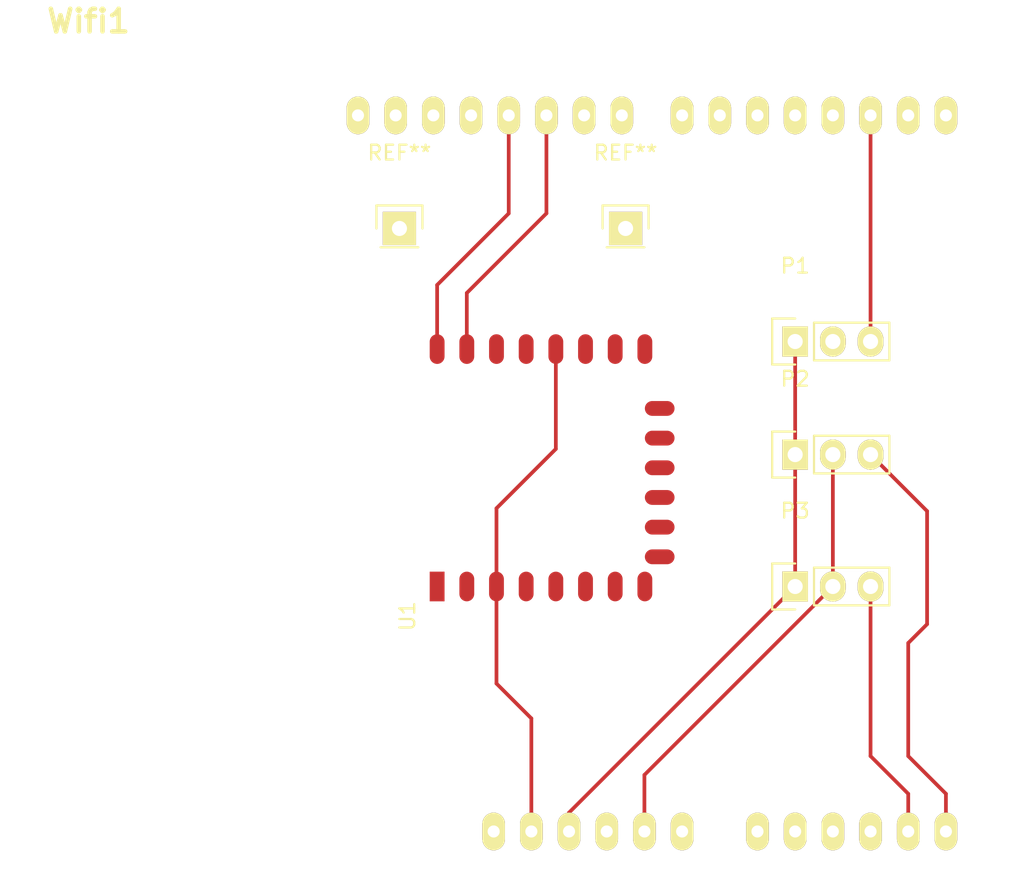
<source format=kicad_pcb>
(kicad_pcb (version 4) (host pcbnew 4.0.2-stable)

  (general
    (links 16)
    (no_connects 4)
    (area 0 0 0 0)
    (thickness 1.6)
    (drawings 0)
    (tracks 29)
    (zones 0)
    (modules 7)
    (nets 44)
  )

  (page A4)
  (layers
    (0 F.Cu signal)
    (31 B.Cu signal)
    (32 B.Adhes user)
    (33 F.Adhes user)
    (34 B.Paste user)
    (35 F.Paste user)
    (36 B.SilkS user)
    (37 F.SilkS user)
    (38 B.Mask user)
    (39 F.Mask user)
    (40 Dwgs.User user)
    (41 Cmts.User user)
    (42 Eco1.User user)
    (43 Eco2.User user)
    (44 Edge.Cuts user)
    (45 Margin user)
    (46 B.CrtYd user)
    (47 F.CrtYd user)
    (48 B.Fab user)
    (49 F.Fab user)
  )

  (setup
    (last_trace_width 0.25)
    (trace_clearance 0.2)
    (zone_clearance 0.508)
    (zone_45_only no)
    (trace_min 0.2)
    (segment_width 0.2)
    (edge_width 0.15)
    (via_size 0.6)
    (via_drill 0.4)
    (via_min_size 0.4)
    (via_min_drill 0.3)
    (uvia_size 0.3)
    (uvia_drill 0.1)
    (uvias_allowed no)
    (uvia_min_size 0.2)
    (uvia_min_drill 0.1)
    (pcb_text_width 0.3)
    (pcb_text_size 1.5 1.5)
    (mod_edge_width 0.15)
    (mod_text_size 1 1)
    (mod_text_width 0.15)
    (pad_size 1.524 1.524)
    (pad_drill 0.762)
    (pad_to_mask_clearance 0.2)
    (aux_axis_origin 0 0)
    (visible_elements 7FFFFFFF)
    (pcbplotparams
      (layerselection 0x00030_80000001)
      (usegerberextensions false)
      (excludeedgelayer true)
      (linewidth 0.100000)
      (plotframeref false)
      (viasonmask false)
      (mode 1)
      (useauxorigin false)
      (hpglpennumber 1)
      (hpglpenspeed 20)
      (hpglpendiameter 15)
      (hpglpenoverlay 2)
      (psnegative false)
      (psa4output false)
      (plotreference true)
      (plotvalue true)
      (plotinvisibletext false)
      (padsonsilk false)
      (subtractmaskfromsilk false)
      (outputformat 1)
      (mirror false)
      (drillshape 1)
      (scaleselection 1)
      (outputdirectory ""))
  )

  (net 0 "")
  (net 1 "Net-(P1-Pad1)")
  (net 2 "Net-(P1-Pad2)")
  (net 3 "Net-(P1-Pad3)")
  (net 4 "Net-(P2-Pad2)")
  (net 5 "Net-(P2-Pad3)")
  (net 6 "Net-(P3-Pad3)")
  (net 7 "Net-(U1-Pad9)")
  (net 8 "Net-(U1-Pad10)")
  (net 9 "Net-(U1-Pad11)")
  (net 10 "Net-(U1-Pad12)")
  (net 11 "Net-(U1-Pad13)")
  (net 12 "Net-(U1-Pad14)")
  (net 13 "Net-(U1-Pad1)")
  (net 14 "Net-(U1-Pad2)")
  (net 15 "Net-(U1-Pad18)")
  (net 16 "Net-(U1-Pad4)")
  (net 17 "Net-(U1-Pad5)")
  (net 18 "Net-(U1-Pad6)")
  (net 19 "Net-(U1-Pad7)")
  (net 20 "Net-(U1-Pad17)")
  (net 21 "Net-(U1-Pad19)")
  (net 22 "Net-(U1-Pad20)")
  (net 23 "Net-(U1-Pad21)")
  (net 24 "Net-(U1-Pad22)")
  (net 25 "Net-(Wifi1-PadAD3)")
  (net 26 "Net-(Wifi1-PadAD0)")
  (net 27 "Net-(Wifi1-PadAD1)")
  (net 28 "Net-(Wifi1-PadAD2)")
  (net 29 "Net-(Wifi1-PadV_IN)")
  (net 30 "Net-(Wifi1-PadGND1)")
  (net 31 "Net-(Wifi1-PadRST)")
  (net 32 "Net-(Wifi1-Pad0)")
  (net 33 "Net-(Wifi1-Pad1)")
  (net 34 "Net-(Wifi1-Pad3)")
  (net 35 "Net-(Wifi1-Pad4)")
  (net 36 "Net-(Wifi1-Pad5)")
  (net 37 "Net-(Wifi1-Pad6)")
  (net 38 "Net-(Wifi1-Pad7)")
  (net 39 "Net-(Wifi1-Pad8)")
  (net 40 "Net-(Wifi1-Pad9)")
  (net 41 "Net-(Wifi1-Pad12)")
  (net 42 "Net-(Wifi1-Pad13)")
  (net 43 "Net-(Wifi1-PadAREF)")

  (net_class Default "This is the default net class."
    (clearance 0.2)
    (trace_width 0.25)
    (via_dia 0.6)
    (via_drill 0.4)
    (uvia_dia 0.3)
    (uvia_drill 0.1)
    (add_net "Net-(P1-Pad1)")
    (add_net "Net-(P1-Pad2)")
    (add_net "Net-(P1-Pad3)")
    (add_net "Net-(P2-Pad2)")
    (add_net "Net-(P2-Pad3)")
    (add_net "Net-(P3-Pad3)")
    (add_net "Net-(U1-Pad1)")
    (add_net "Net-(U1-Pad10)")
    (add_net "Net-(U1-Pad11)")
    (add_net "Net-(U1-Pad12)")
    (add_net "Net-(U1-Pad13)")
    (add_net "Net-(U1-Pad14)")
    (add_net "Net-(U1-Pad17)")
    (add_net "Net-(U1-Pad18)")
    (add_net "Net-(U1-Pad19)")
    (add_net "Net-(U1-Pad2)")
    (add_net "Net-(U1-Pad20)")
    (add_net "Net-(U1-Pad21)")
    (add_net "Net-(U1-Pad22)")
    (add_net "Net-(U1-Pad4)")
    (add_net "Net-(U1-Pad5)")
    (add_net "Net-(U1-Pad6)")
    (add_net "Net-(U1-Pad7)")
    (add_net "Net-(U1-Pad9)")
    (add_net "Net-(Wifi1-Pad0)")
    (add_net "Net-(Wifi1-Pad1)")
    (add_net "Net-(Wifi1-Pad12)")
    (add_net "Net-(Wifi1-Pad13)")
    (add_net "Net-(Wifi1-Pad3)")
    (add_net "Net-(Wifi1-Pad4)")
    (add_net "Net-(Wifi1-Pad5)")
    (add_net "Net-(Wifi1-Pad6)")
    (add_net "Net-(Wifi1-Pad7)")
    (add_net "Net-(Wifi1-Pad8)")
    (add_net "Net-(Wifi1-Pad9)")
    (add_net "Net-(Wifi1-PadAD0)")
    (add_net "Net-(Wifi1-PadAD1)")
    (add_net "Net-(Wifi1-PadAD2)")
    (add_net "Net-(Wifi1-PadAD3)")
    (add_net "Net-(Wifi1-PadAREF)")
    (add_net "Net-(Wifi1-PadGND1)")
    (add_net "Net-(Wifi1-PadRST)")
    (add_net "Net-(Wifi1-PadV_IN)")
  )

  (module arduino_shields:ARDUINO_SHIELD_2 (layer F.Cu) (tedit 4DE3FAAE) (tstamp 575B793A)
    (at 147.32 101.6)
    (path /575B6AE3)
    (fp_text reference Wifi1 (at 5.715 -57.15) (layer F.SilkS)
      (effects (font (thickness 0.3048)))
    )
    (fp_text value ARDUINO_SHIELD (at 10.16 -54.61) (layer F.SilkS) hide
      (effects (font (thickness 0.3048)))
    )
    (fp_line (start 0 -44.45) (end 10.16 -44.45) (layer Dwgs.User) (width 0.381))
    (fp_line (start 10.16 -44.45) (end 10.16 -31.75) (layer Dwgs.User) (width 0.381))
    (fp_line (start 10.16 -31.75) (end 0 -31.75) (layer Dwgs.User) (width 0.381))
    (fp_line (start 12.7 -4.318) (end 0 -4.318) (layer Dwgs.User) (width 0.381))
    (fp_line (start 0 -12.7) (end 12.7 -12.7) (layer Dwgs.User) (width 0.381))
    (fp_line (start 12.7 -12.7) (end 12.7 -4.572) (layer Dwgs.User) (width 0.381))
    (fp_circle (center 13.97 -2.54) (end 16.002 -1.524) (layer Dwgs.User) (width 0.381))
    (fp_circle (center 15.24 -50.8) (end 16.764 -49.276) (layer Dwgs.User) (width 0.381))
    (fp_circle (center 66.04 -7.62) (end 67.31 -6.096) (layer Dwgs.User) (width 0.381))
    (fp_circle (center 66.04 -35.56) (end 67.31 -34.036) (layer Dwgs.User) (width 0.381))
    (fp_line (start 66.04 -40.64) (end 66.04 -52.07) (layer Dwgs.User) (width 0.381))
    (fp_line (start 66.04 -52.07) (end 64.77 -53.34) (layer Dwgs.User) (width 0.381))
    (fp_line (start 64.77 -53.34) (end 0 -53.34) (layer Dwgs.User) (width 0.381))
    (fp_line (start 66.04 0) (end 0 0) (layer Dwgs.User) (width 0.381))
    (fp_line (start 0 0) (end 0 -53.34) (layer Dwgs.User) (width 0.381))
    (fp_line (start 66.04 -40.64) (end 68.58 -38.1) (layer Dwgs.User) (width 0.381))
    (fp_line (start 68.58 -38.1) (end 68.58 -5.08) (layer Dwgs.User) (width 0.381))
    (fp_line (start 68.58 -5.08) (end 66.04 -2.54) (layer Dwgs.User) (width 0.381))
    (fp_line (start 66.04 -2.54) (end 66.04 0) (layer Dwgs.User) (width 0.381))
    (pad AD5 thru_hole oval (at 63.5 -2.54 90) (size 2.54 1.524) (drill 0.8128) (layers *.Cu *.Mask F.SilkS)
      (net 5 "Net-(P2-Pad3)"))
    (pad AD4 thru_hole oval (at 60.96 -2.54 90) (size 2.54 1.524) (drill 0.8128) (layers *.Cu *.Mask F.SilkS)
      (net 6 "Net-(P3-Pad3)"))
    (pad AD3 thru_hole oval (at 58.42 -2.54 90) (size 2.54 1.524) (drill 0.8128) (layers *.Cu *.Mask F.SilkS)
      (net 25 "Net-(Wifi1-PadAD3)"))
    (pad AD0 thru_hole oval (at 50.8 -2.54 90) (size 2.54 1.524) (drill 0.8128) (layers *.Cu *.Mask F.SilkS)
      (net 26 "Net-(Wifi1-PadAD0)"))
    (pad AD1 thru_hole oval (at 53.34 -2.54 90) (size 2.54 1.524) (drill 0.8128) (layers *.Cu *.Mask F.SilkS)
      (net 27 "Net-(Wifi1-PadAD1)"))
    (pad AD2 thru_hole oval (at 55.88 -2.54 90) (size 2.54 1.524) (drill 0.8128) (layers *.Cu *.Mask F.SilkS)
      (net 28 "Net-(Wifi1-PadAD2)"))
    (pad V_IN thru_hole oval (at 45.72 -2.54 90) (size 2.54 1.524) (drill 0.8128) (layers *.Cu *.Mask F.SilkS)
      (net 29 "Net-(Wifi1-PadV_IN)"))
    (pad GND2 thru_hole oval (at 43.18 -2.54 90) (size 2.54 1.524) (drill 0.8128) (layers *.Cu *.Mask F.SilkS)
      (net 4 "Net-(P2-Pad2)"))
    (pad GND1 thru_hole oval (at 40.64 -2.54 90) (size 2.54 1.524) (drill 0.8128) (layers *.Cu *.Mask F.SilkS)
      (net 30 "Net-(Wifi1-PadGND1)"))
    (pad 3V3 thru_hole oval (at 35.56 -2.54 90) (size 2.54 1.524) (drill 0.8128) (layers *.Cu *.Mask F.SilkS)
      (net 15 "Net-(U1-Pad18)"))
    (pad RST thru_hole oval (at 33.02 -2.54 90) (size 2.54 1.524) (drill 0.8128) (layers *.Cu *.Mask F.SilkS)
      (net 31 "Net-(Wifi1-PadRST)"))
    (pad 0 thru_hole oval (at 63.5 -50.8 90) (size 2.54 1.524) (drill 0.8128) (layers *.Cu *.Mask F.SilkS)
      (net 32 "Net-(Wifi1-Pad0)"))
    (pad 1 thru_hole oval (at 60.96 -50.8 90) (size 2.54 1.524) (drill 0.8128) (layers *.Cu *.Mask F.SilkS)
      (net 33 "Net-(Wifi1-Pad1)"))
    (pad 2 thru_hole oval (at 58.42 -50.8 90) (size 2.54 1.524) (drill 0.8128) (layers *.Cu *.Mask F.SilkS)
      (net 3 "Net-(P1-Pad3)"))
    (pad 3 thru_hole oval (at 55.88 -50.8 90) (size 2.54 1.524) (drill 0.8128) (layers *.Cu *.Mask F.SilkS)
      (net 34 "Net-(Wifi1-Pad3)"))
    (pad 4 thru_hole oval (at 53.34 -50.8 90) (size 2.54 1.524) (drill 0.8128) (layers *.Cu *.Mask F.SilkS)
      (net 35 "Net-(Wifi1-Pad4)"))
    (pad 5 thru_hole oval (at 50.8 -50.8 90) (size 2.54 1.524) (drill 0.8128) (layers *.Cu *.Mask F.SilkS)
      (net 36 "Net-(Wifi1-Pad5)"))
    (pad 6 thru_hole oval (at 48.26 -50.8 90) (size 2.54 1.524) (drill 0.8128) (layers *.Cu *.Mask F.SilkS)
      (net 37 "Net-(Wifi1-Pad6)"))
    (pad 7 thru_hole oval (at 45.72 -50.8 90) (size 2.54 1.524) (drill 0.8128) (layers *.Cu *.Mask F.SilkS)
      (net 38 "Net-(Wifi1-Pad7)"))
    (pad 8 thru_hole oval (at 41.656 -50.8 90) (size 2.54 1.524) (drill 0.8128) (layers *.Cu *.Mask F.SilkS)
      (net 39 "Net-(Wifi1-Pad8)"))
    (pad 9 thru_hole oval (at 39.116 -50.8 90) (size 2.54 1.524) (drill 0.8128) (layers *.Cu *.Mask F.SilkS)
      (net 40 "Net-(Wifi1-Pad9)"))
    (pad 10 thru_hole oval (at 36.576 -50.8 90) (size 2.54 1.524) (drill 0.8128) (layers *.Cu *.Mask F.SilkS)
      (net 23 "Net-(U1-Pad21)"))
    (pad 11 thru_hole oval (at 34.036 -50.8 90) (size 2.54 1.524) (drill 0.8128) (layers *.Cu *.Mask F.SilkS)
      (net 24 "Net-(U1-Pad22)"))
    (pad 12 thru_hole oval (at 31.496 -50.8 90) (size 2.54 1.524) (drill 0.8128) (layers *.Cu *.Mask F.SilkS)
      (net 41 "Net-(Wifi1-Pad12)"))
    (pad 13 thru_hole oval (at 28.956 -50.8 90) (size 2.54 1.524) (drill 0.8128) (layers *.Cu *.Mask F.SilkS)
      (net 42 "Net-(Wifi1-Pad13)"))
    (pad GND3 thru_hole oval (at 26.416 -50.8 90) (size 2.54 1.524) (drill 0.8128) (layers *.Cu *.Mask F.SilkS)
      (net 2 "Net-(P1-Pad2)"))
    (pad AREF thru_hole oval (at 23.876 -50.8 90) (size 2.54 1.524) (drill 0.8128) (layers *.Cu *.Mask F.SilkS)
      (net 43 "Net-(Wifi1-PadAREF)"))
    (pad 5V thru_hole oval (at 38.1 -2.54 90) (size 2.54 1.524) (drill 0.8128) (layers *.Cu *.Mask F.SilkS)
      (net 1 "Net-(P1-Pad1)"))
  )

  (module Socket_Strips:Socket_Strip_Straight_1x03 (layer F.Cu) (tedit 54E9F429) (tstamp 575B78F2)
    (at 200.66 66.04)
    (descr "Through hole socket strip")
    (tags "socket strip")
    (path /575B703F)
    (fp_text reference P1 (at 0 -5.1) (layer F.SilkS)
      (effects (font (size 1 1) (thickness 0.15)))
    )
    (fp_text value "PIR Sensor" (at 0 -3.1) (layer F.Fab)
      (effects (font (size 1 1) (thickness 0.15)))
    )
    (fp_line (start 0 -1.55) (end -1.55 -1.55) (layer F.SilkS) (width 0.15))
    (fp_line (start -1.55 -1.55) (end -1.55 1.55) (layer F.SilkS) (width 0.15))
    (fp_line (start -1.55 1.55) (end 0 1.55) (layer F.SilkS) (width 0.15))
    (fp_line (start -1.75 -1.75) (end -1.75 1.75) (layer F.CrtYd) (width 0.05))
    (fp_line (start 6.85 -1.75) (end 6.85 1.75) (layer F.CrtYd) (width 0.05))
    (fp_line (start -1.75 -1.75) (end 6.85 -1.75) (layer F.CrtYd) (width 0.05))
    (fp_line (start -1.75 1.75) (end 6.85 1.75) (layer F.CrtYd) (width 0.05))
    (fp_line (start 1.27 -1.27) (end 6.35 -1.27) (layer F.SilkS) (width 0.15))
    (fp_line (start 6.35 -1.27) (end 6.35 1.27) (layer F.SilkS) (width 0.15))
    (fp_line (start 6.35 1.27) (end 1.27 1.27) (layer F.SilkS) (width 0.15))
    (fp_line (start 1.27 1.27) (end 1.27 -1.27) (layer F.SilkS) (width 0.15))
    (pad 1 thru_hole rect (at 0 0) (size 1.7272 2.032) (drill 1.016) (layers *.Cu *.Mask F.SilkS)
      (net 1 "Net-(P1-Pad1)"))
    (pad 2 thru_hole oval (at 2.54 0) (size 1.7272 2.032) (drill 1.016) (layers *.Cu *.Mask F.SilkS)
      (net 2 "Net-(P1-Pad2)"))
    (pad 3 thru_hole oval (at 5.08 0) (size 1.7272 2.032) (drill 1.016) (layers *.Cu *.Mask F.SilkS)
      (net 3 "Net-(P1-Pad3)"))
    (model Socket_Strips.3dshapes/Socket_Strip_Straight_1x03.wrl
      (at (xyz 0.1 0 0))
      (scale (xyz 1 1 1))
      (rotate (xyz 0 0 180))
    )
  )

  (module Socket_Strips:Socket_Strip_Straight_1x03 (layer F.Cu) (tedit 54E9F429) (tstamp 575B78F9)
    (at 200.66 73.66)
    (descr "Through hole socket strip")
    (tags "socket strip")
    (path /575B71D4)
    (fp_text reference P2 (at 0 -5.1) (layer F.SilkS)
      (effects (font (size 1 1) (thickness 0.15)))
    )
    (fp_text value "Light Sensor" (at 0 -3.1) (layer F.Fab)
      (effects (font (size 1 1) (thickness 0.15)))
    )
    (fp_line (start 0 -1.55) (end -1.55 -1.55) (layer F.SilkS) (width 0.15))
    (fp_line (start -1.55 -1.55) (end -1.55 1.55) (layer F.SilkS) (width 0.15))
    (fp_line (start -1.55 1.55) (end 0 1.55) (layer F.SilkS) (width 0.15))
    (fp_line (start -1.75 -1.75) (end -1.75 1.75) (layer F.CrtYd) (width 0.05))
    (fp_line (start 6.85 -1.75) (end 6.85 1.75) (layer F.CrtYd) (width 0.05))
    (fp_line (start -1.75 -1.75) (end 6.85 -1.75) (layer F.CrtYd) (width 0.05))
    (fp_line (start -1.75 1.75) (end 6.85 1.75) (layer F.CrtYd) (width 0.05))
    (fp_line (start 1.27 -1.27) (end 6.35 -1.27) (layer F.SilkS) (width 0.15))
    (fp_line (start 6.35 -1.27) (end 6.35 1.27) (layer F.SilkS) (width 0.15))
    (fp_line (start 6.35 1.27) (end 1.27 1.27) (layer F.SilkS) (width 0.15))
    (fp_line (start 1.27 1.27) (end 1.27 -1.27) (layer F.SilkS) (width 0.15))
    (pad 1 thru_hole rect (at 0 0) (size 1.7272 2.032) (drill 1.016) (layers *.Cu *.Mask F.SilkS)
      (net 1 "Net-(P1-Pad1)"))
    (pad 2 thru_hole oval (at 2.54 0) (size 1.7272 2.032) (drill 1.016) (layers *.Cu *.Mask F.SilkS)
      (net 4 "Net-(P2-Pad2)"))
    (pad 3 thru_hole oval (at 5.08 0) (size 1.7272 2.032) (drill 1.016) (layers *.Cu *.Mask F.SilkS)
      (net 5 "Net-(P2-Pad3)"))
    (model Socket_Strips.3dshapes/Socket_Strip_Straight_1x03.wrl
      (at (xyz 0.1 0 0))
      (scale (xyz 1 1 1))
      (rotate (xyz 0 0 180))
    )
  )

  (module Socket_Strips:Socket_Strip_Straight_1x03 (layer F.Cu) (tedit 54E9F429) (tstamp 575B7900)
    (at 200.66 82.55)
    (descr "Through hole socket strip")
    (tags "socket strip")
    (path /575B738F)
    (fp_text reference P3 (at 0 -5.1) (layer F.SilkS)
      (effects (font (size 1 1) (thickness 0.15)))
    )
    (fp_text value "Sound Sensor" (at 0 -3.1) (layer F.Fab)
      (effects (font (size 1 1) (thickness 0.15)))
    )
    (fp_line (start 0 -1.55) (end -1.55 -1.55) (layer F.SilkS) (width 0.15))
    (fp_line (start -1.55 -1.55) (end -1.55 1.55) (layer F.SilkS) (width 0.15))
    (fp_line (start -1.55 1.55) (end 0 1.55) (layer F.SilkS) (width 0.15))
    (fp_line (start -1.75 -1.75) (end -1.75 1.75) (layer F.CrtYd) (width 0.05))
    (fp_line (start 6.85 -1.75) (end 6.85 1.75) (layer F.CrtYd) (width 0.05))
    (fp_line (start -1.75 -1.75) (end 6.85 -1.75) (layer F.CrtYd) (width 0.05))
    (fp_line (start -1.75 1.75) (end 6.85 1.75) (layer F.CrtYd) (width 0.05))
    (fp_line (start 1.27 -1.27) (end 6.35 -1.27) (layer F.SilkS) (width 0.15))
    (fp_line (start 6.35 -1.27) (end 6.35 1.27) (layer F.SilkS) (width 0.15))
    (fp_line (start 6.35 1.27) (end 1.27 1.27) (layer F.SilkS) (width 0.15))
    (fp_line (start 1.27 1.27) (end 1.27 -1.27) (layer F.SilkS) (width 0.15))
    (pad 1 thru_hole rect (at 0 0) (size 1.7272 2.032) (drill 1.016) (layers *.Cu *.Mask F.SilkS)
      (net 1 "Net-(P1-Pad1)"))
    (pad 2 thru_hole oval (at 2.54 0) (size 1.7272 2.032) (drill 1.016) (layers *.Cu *.Mask F.SilkS)
      (net 4 "Net-(P2-Pad2)"))
    (pad 3 thru_hole oval (at 5.08 0) (size 1.7272 2.032) (drill 1.016) (layers *.Cu *.Mask F.SilkS)
      (net 6 "Net-(P3-Pad3)"))
    (model Socket_Strips.3dshapes/Socket_Strip_Straight_1x03.wrl
      (at (xyz 0.1 0 0))
      (scale (xyz 1 1 1))
      (rotate (xyz 0 0 180))
    )
  )

  (module ESP8266:ESP-12E (layer F.Cu) (tedit 559F8D21) (tstamp 575B791A)
    (at 176.53 82.55 90)
    (descr "Module, ESP-8266, ESP-12, 16 pad, SMD")
    (tags "Module ESP-8266 ESP8266")
    (path /575B6A25)
    (fp_text reference U1 (at -2 -2 90) (layer F.SilkS)
      (effects (font (size 1 1) (thickness 0.15)))
    )
    (fp_text value ESP-12E (at 8 1 90) (layer F.Fab)
      (effects (font (size 1 1) (thickness 0.15)))
    )
    (fp_line (start 16 -8) (end 0 -2) (layer F.CrtYd) (width 0))
    (fp_line (start 0 -8) (end 16 -2) (layer F.CrtYd) (width 0))
    (fp_text user "No Copper" (at 7 -5 90) (layer F.CrtYd)
      (effects (font (size 1 1) (thickness 0.15)))
    )
    (fp_line (start 0 -8) (end 0 -2) (layer F.CrtYd) (width 0))
    (fp_line (start 0 -2) (end 16 -2) (layer F.CrtYd) (width 0))
    (fp_line (start 16 -2) (end 16 -8) (layer F.CrtYd) (width 0))
    (fp_line (start 16 -8) (end 0 -8) (layer F.CrtYd) (width 0))
    (fp_line (start 16 -8) (end 16 15) (layer F.Fab) (width 0))
    (fp_line (start 16 15) (end 0 15) (layer F.Fab) (width 0))
    (fp_line (start 0 15) (end 0 -8) (layer F.Fab) (width 0))
    (fp_line (start 0 -8) (end 16 -8) (layer F.Fab) (width 0))
    (pad 9 smd oval (at 2 15 180) (size 2 1) (layers F.Cu F.Paste F.Mask)
      (net 7 "Net-(U1-Pad9)"))
    (pad 10 smd oval (at 4 15 180) (size 2 1) (layers F.Cu F.Paste F.Mask)
      (net 8 "Net-(U1-Pad10)"))
    (pad 11 smd oval (at 6 15 180) (size 2 1) (layers F.Cu F.Paste F.Mask)
      (net 9 "Net-(U1-Pad11)"))
    (pad 12 smd oval (at 8 15 180) (size 2 1) (layers F.Cu F.Paste F.Mask)
      (net 10 "Net-(U1-Pad12)"))
    (pad 13 smd oval (at 10 15 180) (size 2 1) (layers F.Cu F.Paste F.Mask)
      (net 11 "Net-(U1-Pad13)"))
    (pad 14 smd oval (at 12 15 180) (size 2 1) (layers F.Cu F.Paste F.Mask)
      (net 12 "Net-(U1-Pad14)"))
    (pad 1 smd rect (at 0 0 90) (size 2 1) (layers F.Cu F.Paste F.Mask)
      (net 13 "Net-(U1-Pad1)"))
    (pad 2 smd oval (at 0 2 90) (size 2 1) (layers F.Cu F.Paste F.Mask)
      (net 14 "Net-(U1-Pad2)"))
    (pad 3 smd oval (at 0 4 90) (size 2 1) (layers F.Cu F.Paste F.Mask)
      (net 15 "Net-(U1-Pad18)"))
    (pad 4 smd oval (at 0 6 90) (size 2 1) (layers F.Cu F.Paste F.Mask)
      (net 16 "Net-(U1-Pad4)"))
    (pad 5 smd oval (at 0 8 90) (size 2 1) (layers F.Cu F.Paste F.Mask)
      (net 17 "Net-(U1-Pad5)"))
    (pad 6 smd oval (at 0 10 90) (size 2 1) (layers F.Cu F.Paste F.Mask)
      (net 18 "Net-(U1-Pad6)"))
    (pad 7 smd oval (at 0 12 90) (size 2 1) (layers F.Cu F.Paste F.Mask)
      (net 19 "Net-(U1-Pad7)"))
    (pad 8 smd oval (at 0 14 90) (size 2 1) (layers F.Cu F.Paste F.Mask)
      (net 15 "Net-(U1-Pad18)"))
    (pad 15 smd oval (at 16 14 90) (size 2 1) (layers F.Cu F.Paste F.Mask)
      (net 2 "Net-(P1-Pad2)"))
    (pad 16 smd oval (at 16 12 90) (size 2 1) (layers F.Cu F.Paste F.Mask)
      (net 2 "Net-(P1-Pad2)"))
    (pad 17 smd oval (at 16 10 90) (size 2 1) (layers F.Cu F.Paste F.Mask)
      (net 20 "Net-(U1-Pad17)"))
    (pad 18 smd oval (at 16 8 90) (size 2 1) (layers F.Cu F.Paste F.Mask)
      (net 15 "Net-(U1-Pad18)"))
    (pad 19 smd oval (at 16 6 90) (size 2 1) (layers F.Cu F.Paste F.Mask)
      (net 21 "Net-(U1-Pad19)"))
    (pad 20 smd oval (at 16 4 90) (size 2 1) (layers F.Cu F.Paste F.Mask)
      (net 22 "Net-(U1-Pad20)"))
    (pad 21 smd oval (at 16 2 90) (size 2 1) (layers F.Cu F.Paste F.Mask)
      (net 23 "Net-(U1-Pad21)"))
    (pad 22 smd oval (at 16 0 90) (size 2 1) (layers F.Cu F.Paste F.Mask)
      (net 24 "Net-(U1-Pad22)"))
    (model ${ESPLIB}/ESP8266.3dshapes/ESP-12.wrl
      (at (xyz 0 0 0))
      (scale (xyz 0 0 0))
      (rotate (xyz 0 0 0))
    )
  )

  (module Pin_Headers:Pin_Header_Straight_1x01 (layer F.Cu) (tedit 54EA08DC) (tstamp 575B7BD5)
    (at 189.23 58.42)
    (descr "Through hole pin header")
    (tags "pin header")
    (fp_text reference REF** (at 0 -5.1) (layer F.SilkS)
      (effects (font (size 1 1) (thickness 0.15)))
    )
    (fp_text value Pin_Header_Straight_1x01 (at 0 -3.1) (layer F.Fab)
      (effects (font (size 1 1) (thickness 0.15)))
    )
    (fp_line (start 1.55 -1.55) (end 1.55 0) (layer F.SilkS) (width 0.15))
    (fp_line (start -1.75 -1.75) (end -1.75 1.75) (layer F.CrtYd) (width 0.05))
    (fp_line (start 1.75 -1.75) (end 1.75 1.75) (layer F.CrtYd) (width 0.05))
    (fp_line (start -1.75 -1.75) (end 1.75 -1.75) (layer F.CrtYd) (width 0.05))
    (fp_line (start -1.75 1.75) (end 1.75 1.75) (layer F.CrtYd) (width 0.05))
    (fp_line (start -1.55 0) (end -1.55 -1.55) (layer F.SilkS) (width 0.15))
    (fp_line (start -1.55 -1.55) (end 1.55 -1.55) (layer F.SilkS) (width 0.15))
    (fp_line (start -1.27 1.27) (end 1.27 1.27) (layer F.SilkS) (width 0.15))
    (pad 1 thru_hole rect (at 0 0) (size 2.2352 2.2352) (drill 1.016) (layers *.Cu *.Mask F.SilkS))
    (model Pin_Headers.3dshapes/Pin_Header_Straight_1x01.wrl
      (at (xyz 0 0 0))
      (scale (xyz 1 1 1))
      (rotate (xyz 0 0 90))
    )
  )

  (module Pin_Headers:Pin_Header_Straight_1x01 (layer F.Cu) (tedit 54EA08DC) (tstamp 575B7BE0)
    (at 173.99 58.42)
    (descr "Through hole pin header")
    (tags "pin header")
    (fp_text reference REF** (at 0 -5.1) (layer F.SilkS)
      (effects (font (size 1 1) (thickness 0.15)))
    )
    (fp_text value Pin_Header_Straight_1x01 (at 0 -3.1) (layer F.Fab)
      (effects (font (size 1 1) (thickness 0.15)))
    )
    (fp_line (start 1.55 -1.55) (end 1.55 0) (layer F.SilkS) (width 0.15))
    (fp_line (start -1.75 -1.75) (end -1.75 1.75) (layer F.CrtYd) (width 0.05))
    (fp_line (start 1.75 -1.75) (end 1.75 1.75) (layer F.CrtYd) (width 0.05))
    (fp_line (start -1.75 -1.75) (end 1.75 -1.75) (layer F.CrtYd) (width 0.05))
    (fp_line (start -1.75 1.75) (end 1.75 1.75) (layer F.CrtYd) (width 0.05))
    (fp_line (start -1.55 0) (end -1.55 -1.55) (layer F.SilkS) (width 0.15))
    (fp_line (start -1.55 -1.55) (end 1.55 -1.55) (layer F.SilkS) (width 0.15))
    (fp_line (start -1.27 1.27) (end 1.27 1.27) (layer F.SilkS) (width 0.15))
    (pad 1 thru_hole rect (at 0 0) (size 2.2352 2.2352) (drill 1.016) (layers *.Cu *.Mask F.SilkS))
    (model Pin_Headers.3dshapes/Pin_Header_Straight_1x01.wrl
      (at (xyz 0 0 0))
      (scale (xyz 1 1 1))
      (rotate (xyz 0 0 90))
    )
  )

  (segment (start 200.66 73.66) (end 200.66 66.04) (width 0.25) (layer F.Cu) (net 1))
  (segment (start 200.66 82.55) (end 200.66 73.66) (width 0.25) (layer F.Cu) (net 1))
  (segment (start 185.42 99.06) (end 185.42 97.79) (width 0.25) (layer F.Cu) (net 1))
  (segment (start 185.42 97.79) (end 200.66 82.55) (width 0.25) (layer F.Cu) (net 1) (tstamp 575B7B01))
  (segment (start 205.74 66.04) (end 205.74 50.8) (width 0.25) (layer F.Cu) (net 3))
  (segment (start 203.2 82.55) (end 203.2 73.66) (width 0.25) (layer F.Cu) (net 4))
  (segment (start 190.5 99.06) (end 190.5 95.25) (width 0.25) (layer F.Cu) (net 4))
  (segment (start 190.5 95.25) (end 203.2 82.55) (width 0.25) (layer F.Cu) (net 4) (tstamp 575B7B05))
  (segment (start 210.82 99.06) (end 210.82 96.52) (width 0.25) (layer F.Cu) (net 5))
  (segment (start 209.55 77.47) (end 205.74 73.66) (width 0.25) (layer F.Cu) (net 5) (tstamp 575B7B17))
  (segment (start 209.55 85.09) (end 209.55 77.47) (width 0.25) (layer F.Cu) (net 5) (tstamp 575B7B15))
  (segment (start 208.28 86.36) (end 209.55 85.09) (width 0.25) (layer F.Cu) (net 5) (tstamp 575B7B13))
  (segment (start 208.28 93.98) (end 208.28 86.36) (width 0.25) (layer F.Cu) (net 5) (tstamp 575B7B11))
  (segment (start 210.82 96.52) (end 208.28 93.98) (width 0.25) (layer F.Cu) (net 5) (tstamp 575B7B0F))
  (segment (start 208.28 99.06) (end 208.28 96.52) (width 0.25) (layer F.Cu) (net 6))
  (segment (start 205.74 93.98) (end 205.74 82.55) (width 0.25) (layer F.Cu) (net 6) (tstamp 575B7B0B))
  (segment (start 208.28 96.52) (end 205.74 93.98) (width 0.25) (layer F.Cu) (net 6) (tstamp 575B7B09))
  (segment (start 184.53 66.55) (end 184.53 73.28) (width 0.25) (layer F.Cu) (net 15))
  (segment (start 180.53 77.28) (end 180.53 82.55) (width 0.25) (layer F.Cu) (net 15) (tstamp 575B7B39))
  (segment (start 184.53 73.28) (end 180.53 77.28) (width 0.25) (layer F.Cu) (net 15) (tstamp 575B7B37))
  (segment (start 180.53 82.55) (end 180.53 89.09) (width 0.25) (layer F.Cu) (net 15))
  (segment (start 182.88 91.44) (end 182.88 99.06) (width 0.25) (layer F.Cu) (net 15) (tstamp 575B7AFD))
  (segment (start 180.53 89.09) (end 182.88 91.44) (width 0.25) (layer F.Cu) (net 15) (tstamp 575B7AFB))
  (segment (start 178.53 62.77) (end 183.896 57.404) (width 0.25) (layer F.Cu) (net 23) (tstamp 575B7B30))
  (segment (start 178.53 66.55) (end 178.53 62.77) (width 0.25) (layer F.Cu) (net 23))
  (segment (start 183.896 57.404) (end 183.896 50.8) (width 0.25) (layer F.Cu) (net 23) (tstamp 575B7B32))
  (segment (start 176.53 62.23) (end 181.356 57.404) (width 0.25) (layer F.Cu) (net 24) (tstamp 575B7B2A))
  (segment (start 176.53 66.55) (end 176.53 62.23) (width 0.25) (layer F.Cu) (net 24))
  (segment (start 181.356 57.404) (end 181.356 50.8) (width 0.25) (layer F.Cu) (net 24) (tstamp 575B7B2C))

)

</source>
